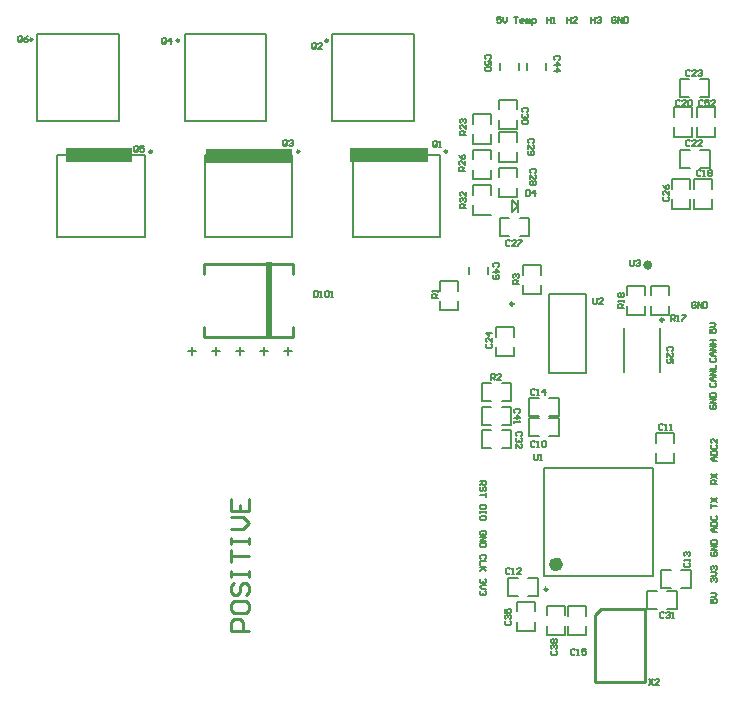
<source format=gto>
G04 Layer_Color=65535*
%FSLAX25Y25*%
%MOIN*%
G70*
G01*
G75*
%ADD29C,0.01000*%
%ADD108C,0.00984*%
%ADD109C,0.02362*%
%ADD110C,0.00787*%
%ADD111C,0.00700*%
%ADD112C,0.00500*%
%ADD113R,0.26378X0.04724*%
%ADD114R,0.29134X0.04724*%
%ADD115R,0.22441X0.04724*%
%ADD116R,0.01968X0.25197*%
D29*
X-91339Y-56693D02*
G03*
X-91339Y-56693I-394J0D01*
G01*
X-229528Y-19291D02*
G03*
X-229528Y-19291I-394J0D01*
G01*
X-189764Y-56693D02*
G03*
X-189764Y-56693I-394J0D01*
G01*
X-140551D02*
G03*
X-140551Y-56693I-394J0D01*
G01*
X-131102Y-19685D02*
G03*
X-131102Y-19685I-394J0D01*
G01*
X-180709D02*
G03*
X-180709Y-19685I-394J0D01*
G01*
X-23345Y-94488D02*
G03*
X-23345Y-94488I-1065J0D01*
G01*
X-40157Y-209055D02*
X-25197D01*
X-42126Y-211024D02*
X-40157Y-209055D01*
X-42126Y-233465D02*
Y-211024D01*
Y-233465D02*
X-25197D01*
Y-209055D01*
X-172244Y-97441D02*
Y-94056D01*
X-142717D01*
Y-97441D02*
Y-94056D01*
X-172244Y-118543D02*
Y-115157D01*
Y-118543D02*
X-142717D01*
Y-115157D01*
X-157480Y-216535D02*
X-163478D01*
Y-213536D01*
X-162479Y-212537D01*
X-160479D01*
X-159480Y-213536D01*
Y-216535D01*
X-163478Y-207538D02*
Y-209538D01*
X-162479Y-210537D01*
X-158480D01*
X-157480Y-209538D01*
Y-207538D01*
X-158480Y-206539D01*
X-162479D01*
X-163478Y-207538D01*
X-162479Y-200541D02*
X-163478Y-201540D01*
Y-203540D01*
X-162479Y-204539D01*
X-161479D01*
X-160479Y-203540D01*
Y-201540D01*
X-159480Y-200541D01*
X-158480D01*
X-157480Y-201540D01*
Y-203540D01*
X-158480Y-204539D01*
X-163478Y-198541D02*
Y-196542D01*
Y-197542D01*
X-157480D01*
Y-198541D01*
Y-196542D01*
X-163478Y-193543D02*
Y-189544D01*
Y-191543D01*
X-157480D01*
X-163478Y-187545D02*
Y-185546D01*
Y-186545D01*
X-157480D01*
Y-187545D01*
Y-185546D01*
X-163478Y-182546D02*
X-159480D01*
X-157480Y-180547D01*
X-159480Y-178548D01*
X-163478D01*
Y-172550D02*
Y-176548D01*
X-157480D01*
Y-172550D01*
X-160479Y-176548D02*
Y-174549D01*
D108*
X-57874Y-202559D02*
G03*
X-57874Y-202559I-492J0D01*
G01*
X-19193Y-112795D02*
G03*
X-19193Y-112795I-492J0D01*
G01*
X-69193Y-107480D02*
G03*
X-69193Y-107480I-492J0D01*
G01*
X-23917Y-94291D02*
G03*
X-23917Y-94291I-492J0D01*
G01*
D109*
X-53839Y-194291D02*
G03*
X-53839Y-194291I-1181J0D01*
G01*
D110*
X-58957Y-198228D02*
X-22736D01*
X-58957Y-162008D02*
X-22736D01*
X-58957Y-198228D02*
Y-162008D01*
X-22736Y-198228D02*
Y-162008D01*
X-32283Y-130315D02*
Y-115354D01*
X-20472Y-130315D02*
Y-115354D01*
X-57284Y-130512D02*
X-45079D01*
X-57284Y-104134D02*
X-45079D01*
Y-130512D02*
Y-104134D01*
X-57284Y-130512D02*
Y-104134D01*
X-77559Y-97638D02*
Y-95276D01*
X-83858Y-97638D02*
Y-95276D01*
X-58268Y-29528D02*
Y-27165D01*
X-64567Y-29528D02*
Y-27165D01*
X-67323Y-29528D02*
Y-27165D01*
X-73622Y-29528D02*
Y-27165D01*
D111*
X-67716Y-76772D02*
Y-72835D01*
X-69685D02*
X-67716Y-74803D01*
X-69685Y-76772D02*
Y-72835D01*
Y-76772D02*
X-67716Y-74803D01*
X-16386Y-65966D02*
X-10386D01*
X-16386Y-75766D02*
X-10386D01*
X-16386D02*
Y-72606D01*
X-10386Y-75766D02*
Y-72606D01*
Y-69156D02*
Y-65966D01*
X-16386Y-69156D02*
Y-65966D01*
X-93701Y-85039D02*
Y-57874D01*
X-122835D02*
X-93701D01*
X-122835Y-85039D02*
Y-57874D01*
Y-85039D02*
X-93701D01*
X-200787Y-46457D02*
Y-17323D01*
X-227953Y-46457D02*
X-200787D01*
X-227953D02*
Y-17323D01*
X-200787D01*
X-82724Y-67935D02*
X-76724D01*
X-82724Y-77735D02*
X-76724D01*
X-82724D02*
Y-74575D01*
X-76724Y-71125D02*
Y-67935D01*
X-82724Y-71125D02*
Y-67935D01*
Y-56124D02*
X-76724D01*
X-82724Y-65924D02*
X-76724D01*
X-82724D02*
Y-62764D01*
X-76724Y-65924D02*
Y-62764D01*
Y-59314D02*
Y-56124D01*
X-82724Y-59314D02*
Y-56124D01*
Y-44313D02*
X-76724D01*
X-82724Y-54113D02*
X-76724D01*
X-82724D02*
Y-50953D01*
X-76724Y-54113D02*
Y-50953D01*
Y-47503D02*
Y-44313D01*
X-82724Y-47503D02*
Y-44313D01*
X-31346Y-101399D02*
X-25346D01*
X-31346Y-111199D02*
X-25346D01*
X-31346D02*
Y-108039D01*
X-25346Y-111199D02*
Y-108039D01*
Y-104589D02*
Y-101399D01*
X-31346Y-104589D02*
Y-101399D01*
X-23472Y-111199D02*
X-17472D01*
X-23472Y-101399D02*
X-17472D01*
Y-104559D02*
Y-101399D01*
X-23472Y-104559D02*
Y-101399D01*
Y-111199D02*
Y-108009D01*
X-17472Y-111199D02*
Y-108009D01*
X-65992Y-94510D02*
X-59992D01*
X-65992Y-104309D02*
X-59992D01*
X-65992D02*
Y-101149D01*
X-59992Y-104309D02*
Y-101149D01*
Y-97699D02*
Y-94510D01*
X-65992Y-97699D02*
Y-94510D01*
X-69903Y-139811D02*
Y-133811D01*
X-79703Y-139811D02*
Y-133811D01*
X-76543D01*
X-79703Y-139811D02*
X-76543D01*
X-73093D02*
X-69903D01*
X-73093Y-133811D02*
X-69903D01*
X-93551Y-99824D02*
X-87551D01*
X-93551Y-109624D02*
X-87551D01*
X-93551D02*
Y-106464D01*
X-87551Y-109624D02*
Y-106464D01*
Y-103014D02*
Y-99824D01*
X-93551Y-103014D02*
Y-99824D01*
X-192126Y-85039D02*
Y-57874D01*
X-221260D02*
X-192126D01*
X-221260Y-85039D02*
Y-57874D01*
Y-85039D02*
X-192126D01*
X-142913D02*
Y-57874D01*
X-172047D02*
X-142913D01*
X-172047Y-85039D02*
Y-57874D01*
Y-85039D02*
X-142913D01*
X-8118Y-51750D02*
X-2118D01*
X-8118Y-41950D02*
X-2118D01*
Y-45110D02*
Y-41950D01*
X-8118Y-45110D02*
Y-41950D01*
Y-51750D02*
Y-48560D01*
X-2118Y-51750D02*
Y-48560D01*
X-69903Y-147685D02*
Y-141685D01*
X-79703Y-147685D02*
Y-141685D01*
X-76543D01*
X-79703Y-147685D02*
X-76543D01*
X-73093D02*
X-69903D01*
X-73093Y-141685D02*
X-69903D01*
X-58118Y-217892D02*
X-52118D01*
X-58118Y-208092D02*
X-52118D01*
Y-211252D02*
Y-208092D01*
X-58118Y-211252D02*
Y-208092D01*
Y-217892D02*
Y-214702D01*
X-52118Y-217892D02*
Y-214702D01*
X-67961Y-206714D02*
X-61961D01*
X-67961Y-216514D02*
X-61961D01*
X-67961D02*
Y-213354D01*
X-61961Y-216514D02*
Y-213354D01*
Y-209904D02*
Y-206714D01*
X-67961Y-209904D02*
Y-206714D01*
X-79703Y-155559D02*
Y-149559D01*
X-69903Y-155559D02*
Y-149559D01*
X-73063Y-155559D02*
X-69903D01*
X-73063Y-149559D02*
X-69903D01*
X-79703D02*
X-76513D01*
X-79703Y-155559D02*
X-76513D01*
X-24585Y-209299D02*
Y-203299D01*
X-14785Y-209299D02*
Y-203299D01*
X-17945Y-209299D02*
X-14785D01*
X-17945Y-203299D02*
X-14785D01*
X-24585D02*
X-21395D01*
X-24585Y-209299D02*
X-21395D01*
X-73866Y-39391D02*
X-67866D01*
X-73866Y-49191D02*
X-67866D01*
X-73866D02*
Y-46031D01*
X-67866Y-49191D02*
Y-46031D01*
Y-42581D02*
Y-39391D01*
X-73866Y-42581D02*
Y-39391D01*
Y-50218D02*
X-67866D01*
X-73866Y-60018D02*
X-67866D01*
X-73866D02*
Y-56858D01*
X-67866Y-60018D02*
Y-56858D01*
Y-53408D02*
Y-50218D01*
X-73866Y-53408D02*
Y-50218D01*
Y-62029D02*
X-67866D01*
X-73866Y-71829D02*
X-67866D01*
X-73866D02*
Y-68669D01*
X-67866Y-71829D02*
Y-68669D01*
Y-65219D02*
Y-62029D01*
X-73866Y-65219D02*
Y-62029D01*
X-73798Y-84693D02*
Y-78693D01*
X-63998Y-84693D02*
Y-78693D01*
X-67158Y-84693D02*
X-63998D01*
X-67158Y-78693D02*
X-63998D01*
X-73798D02*
X-70608D01*
X-73798Y-84693D02*
X-70608D01*
X-74850Y-115179D02*
X-68850D01*
X-74850Y-124979D02*
X-68850D01*
X-74850D02*
Y-121819D01*
X-68850Y-124979D02*
Y-121819D01*
Y-118369D02*
Y-115179D01*
X-74850Y-118369D02*
Y-115179D01*
X-13758Y-38433D02*
Y-32433D01*
X-3958Y-38433D02*
Y-32433D01*
X-7118Y-38433D02*
X-3958D01*
X-7118Y-32433D02*
X-3958D01*
X-13758D02*
X-10568D01*
X-13758Y-38433D02*
X-10568D01*
X-13561Y-62055D02*
Y-56055D01*
X-3761Y-62055D02*
Y-56055D01*
X-6921Y-62055D02*
X-3761D01*
X-6921Y-56055D02*
X-3761D01*
X-13561D02*
X-10371D01*
X-13561Y-62055D02*
X-10371D01*
X-15598Y-51750D02*
X-9598D01*
X-15598Y-41950D02*
X-9598D01*
Y-45110D02*
Y-41950D01*
X-15598Y-45110D02*
Y-41950D01*
Y-51750D02*
Y-48560D01*
X-9598Y-51750D02*
Y-48560D01*
X-8906Y-75766D02*
X-2905D01*
X-8906Y-65966D02*
X-2905D01*
Y-69126D02*
Y-65966D01*
X-8906Y-69126D02*
Y-65966D01*
Y-75766D02*
Y-72576D01*
X-2905Y-75766D02*
Y-72576D01*
X-51032Y-208148D02*
X-45031D01*
X-51032Y-217948D02*
X-45031D01*
X-51032D02*
Y-214788D01*
X-45031Y-217948D02*
Y-214788D01*
Y-211338D02*
Y-208148D01*
X-51032Y-211338D02*
Y-208148D01*
X-54155Y-144732D02*
Y-138732D01*
X-63955Y-144732D02*
Y-138732D01*
X-60795D01*
X-63955Y-144732D02*
X-60795D01*
X-57345D02*
X-54155D01*
X-57345Y-138732D02*
X-54155D01*
X-61045Y-204772D02*
Y-198772D01*
X-70845Y-204772D02*
Y-198772D01*
X-67685D01*
X-70845Y-204772D02*
X-67685D01*
X-64235D02*
X-61045D01*
X-64235Y-198772D02*
X-61045D01*
X-21701Y-160412D02*
X-15701D01*
X-21701Y-150612D02*
X-15701D01*
Y-153772D02*
Y-150612D01*
X-21701Y-153772D02*
Y-150612D01*
X-21701Y-157222D02*
X-21701Y-160412D01*
X-15701D02*
Y-157222D01*
X-54155Y-151622D02*
Y-145622D01*
X-63955Y-151622D02*
Y-145622D01*
X-60795D01*
X-63955Y-151622D02*
X-60795D01*
X-57345D02*
X-54155D01*
X-57345Y-145622D02*
X-54155D01*
X-102362Y-46457D02*
Y-17323D01*
X-129528Y-46457D02*
X-102362D01*
X-129528D02*
Y-17323D01*
X-102362D01*
X-151575Y-46457D02*
Y-17323D01*
X-178740Y-46457D02*
X-151575D01*
X-178740D02*
Y-17323D01*
X-151575D01*
X-10061Y-202213D02*
Y-196213D01*
X-19861Y-202213D02*
Y-196213D01*
X-16701D01*
X-19861Y-202213D02*
X-16701D01*
X-13251D02*
X-10061D01*
X-13251Y-196213D02*
X-10061D01*
X-177559Y-123197D02*
X-174893D01*
X-176226Y-121865D02*
Y-124530D01*
X-169562Y-123197D02*
X-166896D01*
X-168229Y-121865D02*
Y-124530D01*
X-161564Y-123197D02*
X-158898D01*
X-160231Y-121865D02*
Y-124530D01*
X-153567Y-123197D02*
X-150901D01*
X-152234Y-121865D02*
Y-124530D01*
X-145569Y-123197D02*
X-142904D01*
X-144237Y-121865D02*
Y-124530D01*
D112*
X-3249Y-125431D02*
X-3582Y-125764D01*
Y-126430D01*
X-3249Y-126764D01*
X-1916D01*
X-1583Y-126430D01*
Y-125764D01*
X-1916Y-125431D01*
X-1583Y-124764D02*
X-2916D01*
X-3582Y-124098D01*
X-2916Y-123432D01*
X-1583D01*
X-2582D01*
Y-124764D01*
X-1583Y-122765D02*
X-3582D01*
X-1583Y-121432D01*
X-3582D01*
Y-120766D02*
X-1583D01*
X-2582D01*
Y-119433D01*
X-3582D01*
X-1583D01*
X-3680Y-115884D02*
Y-117217D01*
X-2681D01*
X-3014Y-116550D01*
Y-116217D01*
X-2681Y-115884D01*
X-2014D01*
X-1681Y-116217D01*
Y-116883D01*
X-2014Y-117217D01*
X-3680Y-115217D02*
X-2348D01*
X-1681Y-114551D01*
X-2348Y-113884D01*
X-3680D01*
X-18989Y-71895D02*
X-19322Y-72229D01*
Y-72895D01*
X-18989Y-73228D01*
X-17656D01*
X-17323Y-72895D01*
Y-72229D01*
X-17656Y-71895D01*
X-17323Y-69896D02*
Y-71229D01*
X-18656Y-69896D01*
X-18989D01*
X-19322Y-70229D01*
Y-70896D01*
X-18989Y-71229D01*
X-19322Y-67897D02*
X-18989Y-68563D01*
X-18323Y-69230D01*
X-17656D01*
X-17323Y-68896D01*
Y-68230D01*
X-17656Y-67897D01*
X-17989D01*
X-18323Y-68230D01*
Y-69230D01*
X-232919Y-19746D02*
Y-18413D01*
X-233252Y-18079D01*
X-233919D01*
X-234252Y-18413D01*
Y-19746D01*
X-233919Y-20079D01*
X-233252D01*
X-233586Y-19412D02*
X-232919Y-20079D01*
X-233252D02*
X-232919Y-19746D01*
X-230920Y-18079D02*
X-231586Y-18413D01*
X-232253Y-19079D01*
Y-19746D01*
X-231919Y-20079D01*
X-231253D01*
X-230920Y-19746D01*
Y-19412D01*
X-231253Y-19079D01*
X-232253D01*
X-184888Y-20533D02*
Y-19200D01*
X-185221Y-18867D01*
X-185887D01*
X-186221Y-19200D01*
Y-20533D01*
X-185887Y-20866D01*
X-185221D01*
X-185554Y-20200D02*
X-184888Y-20866D01*
X-185221D02*
X-184888Y-20533D01*
X-183221Y-20866D02*
Y-18867D01*
X-184221Y-19866D01*
X-182888D01*
X-134888Y-22108D02*
Y-20775D01*
X-135221Y-20442D01*
X-135887D01*
X-136221Y-20775D01*
Y-22108D01*
X-135887Y-22441D01*
X-135221D01*
X-135554Y-21775D02*
X-134888Y-22441D01*
X-135221D02*
X-134888Y-22108D01*
X-132888Y-22441D02*
X-134221D01*
X-132888Y-21108D01*
Y-20775D01*
X-133221Y-20442D01*
X-133888D01*
X-134221Y-20775D01*
X-64961Y-69438D02*
Y-71438D01*
X-63961D01*
X-63628Y-71105D01*
Y-69772D01*
X-63961Y-69438D01*
X-64961D01*
X-61962Y-71438D02*
Y-69438D01*
X-62961Y-70438D01*
X-61628D01*
X-62053Y-153452D02*
X-62386Y-153119D01*
X-63053D01*
X-63386Y-153452D01*
Y-154785D01*
X-63053Y-155118D01*
X-62386D01*
X-62053Y-154785D01*
X-61387Y-155118D02*
X-60720D01*
X-61053D01*
Y-153119D01*
X-61387Y-153452D01*
X-59720D02*
X-59387Y-153119D01*
X-58721D01*
X-58388Y-153452D01*
Y-154785D01*
X-58721Y-155118D01*
X-59387D01*
X-59720Y-154785D01*
Y-153452D01*
X-19418Y-147711D02*
X-19751Y-147378D01*
X-20418D01*
X-20751Y-147711D01*
Y-149044D01*
X-20418Y-149377D01*
X-19751D01*
X-19418Y-149044D01*
X-18751Y-149377D02*
X-18085D01*
X-18418D01*
Y-147378D01*
X-18751Y-147711D01*
X-17085Y-149377D02*
X-16419D01*
X-16752D01*
Y-147378D01*
X-17085Y-147711D01*
X-70321Y-195972D02*
X-70654Y-195638D01*
X-71320D01*
X-71653Y-195972D01*
Y-197305D01*
X-71320Y-197638D01*
X-70654D01*
X-70321Y-197305D01*
X-69654Y-197638D02*
X-68988D01*
X-69321D01*
Y-195638D01*
X-69654Y-195972D01*
X-66655Y-197638D02*
X-67988D01*
X-66655Y-196305D01*
Y-195972D01*
X-66988Y-195638D01*
X-67655D01*
X-67988Y-195972D01*
X-62053Y-136129D02*
X-62386Y-135796D01*
X-63053D01*
X-63386Y-136129D01*
Y-137462D01*
X-63053Y-137795D01*
X-62386D01*
X-62053Y-137462D01*
X-61387Y-137795D02*
X-60720D01*
X-61053D01*
Y-135796D01*
X-61387Y-136129D01*
X-58721Y-137795D02*
Y-135796D01*
X-59720Y-136796D01*
X-58388D01*
X-48667Y-222743D02*
X-49000Y-222410D01*
X-49667D01*
X-50000Y-222743D01*
Y-224076D01*
X-49667Y-224410D01*
X-49000D01*
X-48667Y-224076D01*
X-48001Y-224410D02*
X-47334D01*
X-47667D01*
Y-222410D01*
X-48001Y-222743D01*
X-45002Y-222410D02*
X-46334D01*
Y-223410D01*
X-45668Y-223077D01*
X-45335D01*
X-45002Y-223410D01*
Y-224076D01*
X-45335Y-224410D01*
X-46001D01*
X-46334Y-224076D01*
X-6541Y-63295D02*
X-6874Y-62961D01*
X-7541D01*
X-7874Y-63295D01*
Y-64627D01*
X-7541Y-64961D01*
X-6874D01*
X-6541Y-64627D01*
X-5875Y-64961D02*
X-5208D01*
X-5541D01*
Y-62961D01*
X-5875Y-63295D01*
X-4208D02*
X-3875Y-62961D01*
X-3209D01*
X-2876Y-63295D01*
Y-63628D01*
X-3209Y-63961D01*
X-2876Y-64294D01*
Y-64627D01*
X-3209Y-64961D01*
X-3875D01*
X-4208Y-64627D01*
Y-64294D01*
X-3875Y-63961D01*
X-4208Y-63628D01*
Y-63295D01*
X-3875Y-63961D02*
X-3209D01*
X-13628Y-39672D02*
X-13961Y-39339D01*
X-14627D01*
X-14961Y-39672D01*
Y-41005D01*
X-14627Y-41339D01*
X-13961D01*
X-13628Y-41005D01*
X-11628Y-41339D02*
X-12961D01*
X-11628Y-40006D01*
Y-39672D01*
X-11962Y-39339D01*
X-12628D01*
X-12961Y-39672D01*
X-10962D02*
X-10629Y-39339D01*
X-9962D01*
X-9629Y-39672D01*
Y-41005D01*
X-9962Y-41339D01*
X-10629D01*
X-10962Y-41005D01*
Y-39672D01*
X-10281Y-53255D02*
X-10615Y-52922D01*
X-11281D01*
X-11614Y-53255D01*
Y-54588D01*
X-11281Y-54921D01*
X-10615D01*
X-10281Y-54588D01*
X-8282Y-54921D02*
X-9615D01*
X-8282Y-53588D01*
Y-53255D01*
X-8615Y-52922D01*
X-9282D01*
X-9615Y-53255D01*
X-6283Y-54921D02*
X-7615D01*
X-6283Y-53588D01*
Y-53255D01*
X-6616Y-52922D01*
X-7282D01*
X-7615Y-53255D01*
X-10478Y-29830D02*
X-10811Y-29497D01*
X-11478D01*
X-11811Y-29830D01*
Y-31163D01*
X-11478Y-31496D01*
X-10811D01*
X-10478Y-31163D01*
X-8479Y-31496D02*
X-9812D01*
X-8479Y-30163D01*
Y-29830D01*
X-8812Y-29497D01*
X-9478D01*
X-9812Y-29830D01*
X-7812D02*
X-7479Y-29497D01*
X-6813D01*
X-6479Y-29830D01*
Y-30163D01*
X-6813Y-30496D01*
X-7146D01*
X-6813D01*
X-6479Y-30830D01*
Y-31163D01*
X-6813Y-31496D01*
X-7479D01*
X-7812Y-31163D01*
X-78095Y-120946D02*
X-78428Y-121279D01*
Y-121946D01*
X-78095Y-122279D01*
X-76762D01*
X-76429Y-121946D01*
Y-121279D01*
X-76762Y-120946D01*
X-76429Y-118947D02*
Y-120280D01*
X-77762Y-118947D01*
X-78095D01*
X-78428Y-119280D01*
Y-119946D01*
X-78095Y-120280D01*
X-76429Y-117281D02*
X-78428D01*
X-77428Y-118280D01*
Y-116947D01*
X-70321Y-86523D02*
X-70654Y-86190D01*
X-71320D01*
X-71653Y-86523D01*
Y-87856D01*
X-71320Y-88189D01*
X-70654D01*
X-70321Y-87856D01*
X-68321Y-88189D02*
X-69654D01*
X-68321Y-86856D01*
Y-86523D01*
X-68655Y-86190D01*
X-69321D01*
X-69654Y-86523D01*
X-67655Y-86190D02*
X-66322D01*
Y-86523D01*
X-67655Y-87856D01*
Y-88189D01*
X-62113Y-63931D02*
X-61780Y-63598D01*
Y-62932D01*
X-62113Y-62598D01*
X-63446D01*
X-63779Y-62932D01*
Y-63598D01*
X-63446Y-63931D01*
X-63779Y-65931D02*
Y-64598D01*
X-62447Y-65931D01*
X-62113D01*
X-61780Y-65597D01*
Y-64931D01*
X-62113Y-64598D01*
Y-66597D02*
X-61780Y-66930D01*
Y-67597D01*
X-62113Y-67930D01*
X-62447D01*
X-62780Y-67597D01*
X-63113Y-67930D01*
X-63446D01*
X-63779Y-67597D01*
Y-66930D01*
X-63446Y-66597D01*
X-63113D01*
X-62780Y-66930D01*
X-62447Y-66597D01*
X-62113D01*
X-62780Y-66930D02*
Y-67597D01*
X-62622Y-53889D02*
X-62289Y-53556D01*
Y-52889D01*
X-62622Y-52556D01*
X-63955D01*
X-64288Y-52889D01*
Y-53556D01*
X-63955Y-53889D01*
X-64288Y-55888D02*
Y-54555D01*
X-62955Y-55888D01*
X-62622D01*
X-62289Y-55555D01*
Y-54889D01*
X-62622Y-54555D01*
X-63955Y-56555D02*
X-64288Y-56888D01*
Y-57554D01*
X-63955Y-57888D01*
X-62622D01*
X-62289Y-57554D01*
Y-56888D01*
X-62622Y-56555D01*
X-62955D01*
X-63288Y-56888D01*
Y-57888D01*
X-64650Y-43554D02*
X-64317Y-43221D01*
Y-42555D01*
X-64650Y-42222D01*
X-65983D01*
X-66316Y-42555D01*
Y-43221D01*
X-65983Y-43554D01*
X-64650Y-44221D02*
X-64317Y-44554D01*
Y-45221D01*
X-64650Y-45554D01*
X-64983D01*
X-65317Y-45221D01*
Y-44887D01*
Y-45221D01*
X-65650Y-45554D01*
X-65983D01*
X-66316Y-45221D01*
Y-44554D01*
X-65983Y-44221D01*
X-64650Y-46220D02*
X-64317Y-46553D01*
Y-47220D01*
X-64650Y-47553D01*
X-65983D01*
X-66316Y-47220D01*
Y-46553D01*
X-65983Y-46220D01*
X-64650D01*
X-19139Y-210539D02*
X-19473Y-210205D01*
X-20139D01*
X-20472Y-210539D01*
Y-211872D01*
X-20139Y-212205D01*
X-19473D01*
X-19139Y-211872D01*
X-18473Y-210539D02*
X-18140Y-210205D01*
X-17473D01*
X-17140Y-210539D01*
Y-210872D01*
X-17473Y-211205D01*
X-17807D01*
X-17473D01*
X-17140Y-211538D01*
Y-211872D01*
X-17473Y-212205D01*
X-18140D01*
X-18473Y-211872D01*
X-16474Y-212205D02*
X-15807D01*
X-16140D01*
Y-210205D01*
X-16474Y-210539D01*
X-66838Y-151333D02*
X-66505Y-151000D01*
Y-150333D01*
X-66838Y-150000D01*
X-68171D01*
X-68504Y-150333D01*
Y-151000D01*
X-68171Y-151333D01*
X-66838Y-151999D02*
X-66505Y-152333D01*
Y-152999D01*
X-66838Y-153332D01*
X-67171D01*
X-67504Y-152999D01*
Y-152666D01*
Y-152999D01*
X-67838Y-153332D01*
X-68171D01*
X-68504Y-152999D01*
Y-152333D01*
X-68171Y-151999D01*
X-68504Y-155332D02*
Y-153999D01*
X-67171Y-155332D01*
X-66838D01*
X-66505Y-154998D01*
Y-154332D01*
X-66838Y-153999D01*
X-71548Y-213234D02*
X-71881Y-213567D01*
Y-214234D01*
X-71548Y-214567D01*
X-70215D01*
X-69882Y-214234D01*
Y-213567D01*
X-70215Y-213234D01*
X-71548Y-212568D02*
X-71881Y-212234D01*
Y-211568D01*
X-71548Y-211235D01*
X-71215D01*
X-70882Y-211568D01*
Y-211901D01*
Y-211568D01*
X-70548Y-211235D01*
X-70215D01*
X-69882Y-211568D01*
Y-212234D01*
X-70215Y-212568D01*
X-71881Y-209235D02*
Y-210568D01*
X-70882D01*
X-71215Y-209902D01*
Y-209569D01*
X-70882Y-209235D01*
X-70215D01*
X-69882Y-209569D01*
Y-210235D01*
X-70215Y-210568D01*
X-56391Y-223077D02*
X-56724Y-223410D01*
Y-224076D01*
X-56391Y-224410D01*
X-55058D01*
X-54724Y-224076D01*
Y-223410D01*
X-55058Y-223077D01*
X-56391Y-222410D02*
X-56724Y-222077D01*
Y-221410D01*
X-56391Y-221077D01*
X-56057D01*
X-55724Y-221410D01*
Y-221744D01*
Y-221410D01*
X-55391Y-221077D01*
X-55058D01*
X-54724Y-221410D01*
Y-222077D01*
X-55058Y-222410D01*
X-56391Y-220411D02*
X-56724Y-220077D01*
Y-219411D01*
X-56391Y-219078D01*
X-56057D01*
X-55724Y-219411D01*
X-55391Y-219078D01*
X-55058D01*
X-54724Y-219411D01*
Y-220077D01*
X-55058Y-220411D01*
X-55391D01*
X-55724Y-220077D01*
X-56057Y-220411D01*
X-56391D01*
X-55724Y-220077D02*
Y-219411D01*
X-67232Y-143853D02*
X-66898Y-143519D01*
Y-142853D01*
X-67232Y-142520D01*
X-68564D01*
X-68898Y-142853D01*
Y-143519D01*
X-68564Y-143853D01*
X-68898Y-145519D02*
X-66898D01*
X-67898Y-144519D01*
Y-145852D01*
X-68898Y-146518D02*
Y-147185D01*
Y-146852D01*
X-66898D01*
X-67232Y-146518D01*
X-53846Y-26136D02*
X-53513Y-25803D01*
Y-25136D01*
X-53846Y-24803D01*
X-55179D01*
X-55512Y-25136D01*
Y-25803D01*
X-55179Y-26136D01*
X-55512Y-27802D02*
X-53513D01*
X-54512Y-26803D01*
Y-28135D01*
X-55512Y-29801D02*
X-53513D01*
X-54512Y-28802D01*
Y-30135D01*
X-74318Y-95034D02*
X-73985Y-94700D01*
Y-94034D01*
X-74318Y-93701D01*
X-75651D01*
X-75984Y-94034D01*
Y-94700D01*
X-75651Y-95034D01*
X-75984Y-96700D02*
X-73985D01*
X-74985Y-95700D01*
Y-97033D01*
X-75651Y-97699D02*
X-75984Y-98033D01*
Y-98699D01*
X-75651Y-99032D01*
X-74318D01*
X-73985Y-98699D01*
Y-98033D01*
X-74318Y-97699D01*
X-74651D01*
X-74985Y-98033D01*
Y-99032D01*
X-6147Y-39672D02*
X-6481Y-39339D01*
X-7147D01*
X-7480Y-39672D01*
Y-41005D01*
X-7147Y-41339D01*
X-6481D01*
X-6147Y-41005D01*
X-4148Y-39339D02*
X-5481D01*
Y-40339D01*
X-4814Y-40006D01*
X-4481D01*
X-4148Y-40339D01*
Y-41005D01*
X-4481Y-41339D01*
X-5148D01*
X-5481Y-41005D01*
X-2149Y-41339D02*
X-3482D01*
X-2149Y-40006D01*
Y-39672D01*
X-2482Y-39339D01*
X-3148D01*
X-3482Y-39672D01*
X-94730Y-54785D02*
Y-53452D01*
X-95063Y-53119D01*
X-95730D01*
X-96063Y-53452D01*
Y-54785D01*
X-95730Y-55118D01*
X-95063D01*
X-95397Y-54452D02*
X-94730Y-55118D01*
X-95063D02*
X-94730Y-54785D01*
X-94064Y-55118D02*
X-93397D01*
X-93730D01*
Y-53119D01*
X-94064Y-53452D01*
X-144730Y-54391D02*
Y-53058D01*
X-145063Y-52725D01*
X-145730D01*
X-146063Y-53058D01*
Y-54391D01*
X-145730Y-54724D01*
X-145063D01*
X-145396Y-54058D02*
X-144730Y-54724D01*
X-145063D02*
X-144730Y-54391D01*
X-144064Y-53058D02*
X-143730Y-52725D01*
X-143064D01*
X-142731Y-53058D01*
Y-53391D01*
X-143064Y-53725D01*
X-143397D01*
X-143064D01*
X-142731Y-54058D01*
Y-54391D01*
X-143064Y-54724D01*
X-143730D01*
X-144064Y-54391D01*
X-194336Y-56360D02*
Y-55027D01*
X-194670Y-54694D01*
X-195336D01*
X-195669Y-55027D01*
Y-56360D01*
X-195336Y-56693D01*
X-194670D01*
X-195003Y-56026D02*
X-194336Y-56693D01*
X-194670D02*
X-194336Y-56360D01*
X-192337Y-54694D02*
X-193670D01*
Y-55693D01*
X-193003Y-55360D01*
X-192670D01*
X-192337Y-55693D01*
Y-56360D01*
X-192670Y-56693D01*
X-193337D01*
X-193670Y-56360D01*
X-94488Y-105512D02*
X-96487D01*
Y-104512D01*
X-96154Y-104179D01*
X-95488D01*
X-95155Y-104512D01*
Y-105512D01*
Y-104845D02*
X-94488Y-104179D01*
Y-103513D02*
Y-102846D01*
Y-103179D01*
X-96487D01*
X-96154Y-103513D01*
X-76772Y-132677D02*
Y-130678D01*
X-75772D01*
X-75439Y-131011D01*
Y-131677D01*
X-75772Y-132011D01*
X-76772D01*
X-76105D02*
X-75439Y-132677D01*
X-73439D02*
X-74772D01*
X-73439Y-131344D01*
Y-131011D01*
X-73773Y-130678D01*
X-74439D01*
X-74772Y-131011D01*
X-67323Y-100787D02*
X-69322D01*
Y-99788D01*
X-68989Y-99454D01*
X-68322D01*
X-67989Y-99788D01*
Y-100787D01*
Y-100121D02*
X-67323Y-99454D01*
X-68989Y-98788D02*
X-69322Y-98455D01*
Y-97788D01*
X-68989Y-97455D01*
X-68656D01*
X-68322Y-97788D01*
Y-98122D01*
Y-97788D01*
X-67989Y-97455D01*
X-67656D01*
X-67323Y-97788D01*
Y-98455D01*
X-67656Y-98788D01*
X-16535Y-112992D02*
Y-110993D01*
X-15536D01*
X-15202Y-111326D01*
Y-111993D01*
X-15536Y-112326D01*
X-16535D01*
X-15869D02*
X-15202Y-112992D01*
X-14536D02*
X-13870D01*
X-14203D01*
Y-110993D01*
X-14536Y-111326D01*
X-12870Y-110993D02*
X-11537D01*
Y-111326D01*
X-12870Y-112659D01*
Y-112992D01*
X-32480Y-108858D02*
X-34480D01*
Y-107859D01*
X-34146Y-107525D01*
X-33480D01*
X-33147Y-107859D01*
Y-108858D01*
Y-108192D02*
X-32480Y-107525D01*
Y-106859D02*
Y-106193D01*
Y-106526D01*
X-34480D01*
X-34146Y-106859D01*
Y-105193D02*
X-34480Y-104860D01*
Y-104193D01*
X-34146Y-103860D01*
X-33813D01*
X-33480Y-104193D01*
X-33147Y-103860D01*
X-32814D01*
X-32480Y-104193D01*
Y-104860D01*
X-32814Y-105193D01*
X-33147D01*
X-33480Y-104860D01*
X-33813Y-105193D01*
X-34146D01*
X-33480Y-104860D02*
Y-104193D01*
X-85039Y-51181D02*
X-87039D01*
Y-50181D01*
X-86705Y-49848D01*
X-86039D01*
X-85706Y-50181D01*
Y-51181D01*
Y-50515D02*
X-85039Y-49848D01*
Y-47849D02*
Y-49182D01*
X-86372Y-47849D01*
X-86705D01*
X-87039Y-48182D01*
Y-48849D01*
X-86705Y-49182D01*
Y-47182D02*
X-87039Y-46849D01*
Y-46183D01*
X-86705Y-45849D01*
X-86372D01*
X-86039Y-46183D01*
Y-46516D01*
Y-46183D01*
X-85706Y-45849D01*
X-85373D01*
X-85039Y-46183D01*
Y-46849D01*
X-85373Y-47182D01*
X-85433Y-63189D02*
X-87432D01*
Y-62189D01*
X-87099Y-61856D01*
X-86433D01*
X-86099Y-62189D01*
Y-63189D01*
Y-62522D02*
X-85433Y-61856D01*
Y-59856D02*
Y-61189D01*
X-86766Y-59856D01*
X-87099D01*
X-87432Y-60190D01*
Y-60856D01*
X-87099Y-61189D01*
X-87432Y-57857D02*
X-87099Y-58523D01*
X-86433Y-59190D01*
X-85766D01*
X-85433Y-58857D01*
Y-58190D01*
X-85766Y-57857D01*
X-86099D01*
X-86433Y-58190D01*
Y-59190D01*
X-85039Y-75590D02*
X-87039D01*
Y-74591D01*
X-86705Y-74258D01*
X-86039D01*
X-85706Y-74591D01*
Y-75590D01*
Y-74924D02*
X-85039Y-74258D01*
X-86705Y-73591D02*
X-87039Y-73258D01*
Y-72592D01*
X-86705Y-72258D01*
X-86372D01*
X-86039Y-72592D01*
Y-72925D01*
Y-72592D01*
X-85706Y-72258D01*
X-85373D01*
X-85039Y-72592D01*
Y-73258D01*
X-85373Y-73591D01*
X-85039Y-70259D02*
Y-71592D01*
X-86372Y-70259D01*
X-86705D01*
X-87039Y-70592D01*
Y-71259D01*
X-86705Y-71592D01*
X-62205Y-157449D02*
Y-159116D01*
X-61871Y-159449D01*
X-61205D01*
X-60872Y-159116D01*
Y-157449D01*
X-60205Y-159449D02*
X-59539D01*
X-59872D01*
Y-157449D01*
X-60205Y-157783D01*
X-30315Y-92883D02*
Y-94549D01*
X-29982Y-94882D01*
X-29315D01*
X-28982Y-94549D01*
Y-92883D01*
X-28316Y-93216D02*
X-27982Y-92883D01*
X-27316D01*
X-26983Y-93216D01*
Y-93549D01*
X-27316Y-93882D01*
X-27649D01*
X-27316D01*
X-26983Y-94215D01*
Y-94549D01*
X-27316Y-94882D01*
X-27982D01*
X-28316Y-94549D01*
X-24016Y-232646D02*
X-22683Y-234646D01*
Y-232646D02*
X-24016Y-234646D01*
X-20684D02*
X-22016D01*
X-20684Y-233313D01*
Y-232979D01*
X-21017Y-232646D01*
X-21683D01*
X-22016Y-232979D01*
X-16444Y-122986D02*
X-16111Y-122653D01*
Y-121987D01*
X-16444Y-121653D01*
X-17777D01*
X-18110Y-121987D01*
Y-122653D01*
X-17777Y-122986D01*
X-18110Y-124986D02*
Y-123653D01*
X-16777Y-124986D01*
X-16444D01*
X-16111Y-124653D01*
Y-123986D01*
X-16444Y-123653D01*
X-16111Y-126985D02*
Y-125652D01*
X-17111D01*
X-16777Y-126319D01*
Y-126652D01*
X-17111Y-126985D01*
X-17777D01*
X-18110Y-126652D01*
Y-125986D01*
X-17777Y-125652D01*
X-42520Y-105481D02*
Y-107147D01*
X-42186Y-107480D01*
X-41520D01*
X-41187Y-107147D01*
Y-105481D01*
X-39187Y-107480D02*
X-40520D01*
X-39187Y-106147D01*
Y-105814D01*
X-39521Y-105481D01*
X-40187D01*
X-40520Y-105814D01*
X-135827Y-103119D02*
Y-105118D01*
X-134827D01*
X-134494Y-104785D01*
Y-103452D01*
X-134827Y-103119D01*
X-135827D01*
X-133827Y-105118D02*
X-133161D01*
X-133494D01*
Y-103119D01*
X-133827Y-103452D01*
X-132161D02*
X-131828Y-103119D01*
X-131162D01*
X-130828Y-103452D01*
Y-104785D01*
X-131162Y-105118D01*
X-131828D01*
X-132161Y-104785D01*
Y-103452D01*
X-130162Y-105118D02*
X-129496D01*
X-129829D01*
Y-103119D01*
X-130162Y-103452D01*
X-11902Y-193943D02*
X-12236Y-194276D01*
Y-194942D01*
X-11902Y-195276D01*
X-10570D01*
X-10236Y-194942D01*
Y-194276D01*
X-10570Y-193943D01*
X-10236Y-193276D02*
Y-192610D01*
Y-192943D01*
X-12236D01*
X-11902Y-193276D01*
Y-191610D02*
X-12236Y-191277D01*
Y-190610D01*
X-11902Y-190277D01*
X-11569D01*
X-11236Y-190610D01*
Y-190944D01*
Y-190610D01*
X-10903Y-190277D01*
X-10570D01*
X-10236Y-190610D01*
Y-191277D01*
X-10570Y-191610D01*
X-77074Y-25742D02*
X-76741Y-25409D01*
Y-24743D01*
X-77074Y-24409D01*
X-78407D01*
X-78740Y-24743D01*
Y-25409D01*
X-78407Y-25742D01*
X-76741Y-27742D02*
Y-26409D01*
X-77741D01*
X-77407Y-27075D01*
Y-27408D01*
X-77741Y-27742D01*
X-78407D01*
X-78740Y-27408D01*
Y-26742D01*
X-78407Y-26409D01*
X-77074Y-28408D02*
X-76741Y-28741D01*
Y-29408D01*
X-77074Y-29741D01*
X-78407D01*
X-78740Y-29408D01*
Y-28741D01*
X-78407Y-28408D01*
X-77074D01*
X-8510Y-106995D02*
X-8843Y-106662D01*
X-9509D01*
X-9843Y-106995D01*
Y-108328D01*
X-9509Y-108661D01*
X-8843D01*
X-8510Y-108328D01*
Y-107662D01*
X-9176D01*
X-7843Y-108661D02*
Y-106662D01*
X-6510Y-108661D01*
Y-106662D01*
X-5844D02*
Y-108661D01*
X-4844D01*
X-4511Y-108328D01*
Y-106995D01*
X-4844Y-106662D01*
X-5844D01*
X-68897Y-11779D02*
X-67564D01*
X-68231D01*
Y-13779D01*
X-65898D02*
X-66565D01*
X-66898Y-13445D01*
Y-12779D01*
X-66565Y-12446D01*
X-65898D01*
X-65565Y-12779D01*
Y-13112D01*
X-66898D01*
X-64898Y-13779D02*
Y-12446D01*
X-64565D01*
X-64232Y-12779D01*
Y-13779D01*
Y-12779D01*
X-63899Y-12446D01*
X-63565Y-12779D01*
Y-13779D01*
X-62899Y-14445D02*
Y-12446D01*
X-61899D01*
X-61566Y-12779D01*
Y-13445D01*
X-61899Y-13779D01*
X-62899D01*
X-58070Y-11779D02*
Y-13779D01*
Y-12779D01*
X-56738D01*
Y-11779D01*
Y-13779D01*
X-56071D02*
X-55405D01*
X-55738D01*
Y-11779D01*
X-56071Y-12113D01*
X-43307Y-11779D02*
Y-13779D01*
Y-12779D01*
X-41974D01*
Y-11779D01*
Y-13779D01*
X-41307Y-12113D02*
X-40974Y-11779D01*
X-40308D01*
X-39974Y-12113D01*
Y-12446D01*
X-40308Y-12779D01*
X-40641D01*
X-40308D01*
X-39974Y-13112D01*
Y-13445D01*
X-40308Y-13779D01*
X-40974D01*
X-41307Y-13445D01*
X-51181Y-11779D02*
Y-13779D01*
Y-12779D01*
X-49848D01*
Y-11779D01*
Y-13779D01*
X-47848D02*
X-49181D01*
X-47848Y-12446D01*
Y-12113D01*
X-48182Y-11779D01*
X-48848D01*
X-49181Y-12113D01*
X-73470Y-11780D02*
X-74803D01*
Y-12780D01*
X-74137Y-12447D01*
X-73804D01*
X-73470Y-12780D01*
Y-13446D01*
X-73804Y-13780D01*
X-74470D01*
X-74803Y-13446D01*
X-72804Y-11780D02*
Y-13113D01*
X-72137Y-13780D01*
X-71471Y-13113D01*
Y-11780D01*
X-35084Y-12113D02*
X-35417Y-11779D01*
X-36084D01*
X-36417Y-12113D01*
Y-13445D01*
X-36084Y-13779D01*
X-35417D01*
X-35084Y-13445D01*
Y-12779D01*
X-35750D01*
X-34418Y-13779D02*
Y-11779D01*
X-33085Y-13779D01*
Y-11779D01*
X-32418D02*
Y-13779D01*
X-31418D01*
X-31085Y-13445D01*
Y-12113D01*
X-31418Y-11779D01*
X-32418D01*
X-1181Y-159843D02*
X-2514D01*
X-3181Y-159176D01*
X-2514Y-158510D01*
X-1181D01*
X-2181D01*
Y-159843D01*
X-3181Y-157843D02*
X-1181D01*
Y-156843D01*
X-1514Y-156510D01*
X-2847D01*
X-3181Y-156843D01*
Y-157843D01*
X-2847Y-154511D02*
X-3181Y-154844D01*
Y-155511D01*
X-2847Y-155844D01*
X-1514D01*
X-1181Y-155511D01*
Y-154844D01*
X-1514Y-154511D01*
X-1181Y-152512D02*
Y-153844D01*
X-2514Y-152512D01*
X-2847D01*
X-3181Y-152845D01*
Y-153511D01*
X-2847Y-153844D01*
X-3181Y-175591D02*
Y-174258D01*
Y-174924D01*
X-1181D01*
X-3181Y-173591D02*
X-1181Y-172258D01*
X-3181D02*
X-1181Y-173591D01*
Y-167323D02*
X-3181D01*
Y-166323D01*
X-2847Y-165990D01*
X-2181D01*
X-1848Y-166323D01*
Y-167323D01*
Y-166656D02*
X-1181Y-165990D01*
X-3181Y-165323D02*
X-1181Y-163991D01*
X-3181D02*
X-1181Y-165323D01*
Y-183465D02*
X-2514D01*
X-3181Y-182798D01*
X-2514Y-182132D01*
X-1181D01*
X-2181D01*
Y-183465D01*
X-3181Y-181465D02*
X-1181D01*
Y-180465D01*
X-1514Y-180132D01*
X-2847D01*
X-3181Y-180465D01*
Y-181465D01*
X-2847Y-178133D02*
X-3181Y-178466D01*
Y-179133D01*
X-2847Y-179466D01*
X-1514D01*
X-1181Y-179133D01*
Y-178466D01*
X-1514Y-178133D01*
X-2847Y-190006D02*
X-3181Y-190339D01*
Y-191005D01*
X-2847Y-191339D01*
X-1514D01*
X-1181Y-191005D01*
Y-190339D01*
X-1514Y-190006D01*
X-2181D01*
Y-190672D01*
X-1181Y-189339D02*
X-3181D01*
X-1181Y-188006D01*
X-3181D01*
Y-187340D02*
X-1181D01*
Y-186340D01*
X-1514Y-186007D01*
X-2847D01*
X-3181Y-186340D01*
Y-187340D01*
X-2847Y-200000D02*
X-3181Y-199667D01*
Y-199000D01*
X-2847Y-198667D01*
X-2514D01*
X-2181Y-199000D01*
Y-199334D01*
Y-199000D01*
X-1848Y-198667D01*
X-1514D01*
X-1181Y-199000D01*
Y-199667D01*
X-1514Y-200000D01*
X-3181Y-198001D02*
X-1848D01*
X-1181Y-197334D01*
X-1848Y-196668D01*
X-3181D01*
X-2847Y-196001D02*
X-3181Y-195668D01*
Y-195002D01*
X-2847Y-194668D01*
X-2514D01*
X-2181Y-195002D01*
Y-195335D01*
Y-195002D01*
X-1848Y-194668D01*
X-1514D01*
X-1181Y-195002D01*
Y-195668D01*
X-1514Y-196001D01*
X-3181Y-205754D02*
Y-207087D01*
X-2181D01*
X-2514Y-206420D01*
Y-206087D01*
X-2181Y-205754D01*
X-1514D01*
X-1181Y-206087D01*
Y-206753D01*
X-1514Y-207087D01*
X-3181Y-205087D02*
X-1848D01*
X-1181Y-204421D01*
X-1848Y-203754D01*
X-3181D01*
X-80314Y-166535D02*
X-78315D01*
Y-167534D01*
X-78648Y-167868D01*
X-79315D01*
X-79648Y-167534D01*
Y-166535D01*
Y-167201D02*
X-80314Y-167868D01*
X-78648Y-169867D02*
X-78315Y-169534D01*
Y-168867D01*
X-78648Y-168534D01*
X-78982D01*
X-79315Y-168867D01*
Y-169534D01*
X-79648Y-169867D01*
X-79981D01*
X-80314Y-169534D01*
Y-168867D01*
X-79981Y-168534D01*
X-78315Y-170533D02*
Y-171866D01*
Y-171200D01*
X-80314D01*
X-78315Y-174409D02*
X-80314D01*
Y-175408D01*
X-79981Y-175742D01*
X-78648D01*
X-78315Y-175408D01*
Y-174409D01*
Y-176408D02*
Y-177075D01*
Y-176741D01*
X-80314D01*
Y-176408D01*
Y-177075D01*
X-78315Y-179074D02*
Y-178407D01*
X-78648Y-178074D01*
X-79981D01*
X-80314Y-178407D01*
Y-179074D01*
X-79981Y-179407D01*
X-78648D01*
X-78315Y-179074D01*
X-78648Y-192474D02*
X-78315Y-192141D01*
Y-191474D01*
X-78648Y-191141D01*
X-79981D01*
X-80314Y-191474D01*
Y-192141D01*
X-79981Y-192474D01*
X-78315Y-193140D02*
X-80314D01*
Y-194473D01*
X-78315Y-195140D02*
X-80314D01*
X-79648D01*
X-78315Y-196473D01*
X-79315Y-195473D01*
X-80314Y-196473D01*
X-78648Y-184600D02*
X-78315Y-184267D01*
Y-183600D01*
X-78648Y-183267D01*
X-79981D01*
X-80314Y-183600D01*
Y-184267D01*
X-79981Y-184600D01*
X-79315D01*
Y-183933D01*
X-80314Y-185266D02*
X-78315D01*
X-80314Y-186599D01*
X-78315D01*
Y-187266D02*
X-80314D01*
Y-188265D01*
X-79981Y-188599D01*
X-78648D01*
X-78315Y-188265D01*
Y-187266D01*
X-78648Y-199015D02*
X-78315Y-199348D01*
Y-200015D01*
X-78648Y-200348D01*
X-78982D01*
X-79315Y-200015D01*
Y-199681D01*
Y-200015D01*
X-79648Y-200348D01*
X-79981D01*
X-80314Y-200015D01*
Y-199348D01*
X-79981Y-199015D01*
X-78315Y-201014D02*
X-79648D01*
X-80314Y-201681D01*
X-79648Y-202347D01*
X-78315D01*
X-78648Y-203014D02*
X-78315Y-203347D01*
Y-204013D01*
X-78648Y-204347D01*
X-78982D01*
X-79315Y-204013D01*
Y-203680D01*
Y-204013D01*
X-79648Y-204347D01*
X-79981D01*
X-80314Y-204013D01*
Y-203347D01*
X-79981Y-203014D01*
X-3241Y-140990D02*
X-3574Y-141323D01*
Y-141990D01*
X-3241Y-142323D01*
X-1908D01*
X-1575Y-141990D01*
Y-141323D01*
X-1908Y-140990D01*
X-2575D01*
Y-141656D01*
X-1575Y-140323D02*
X-3574D01*
X-1575Y-138991D01*
X-3574D01*
Y-138324D02*
X-1575D01*
Y-137325D01*
X-1908Y-136991D01*
X-3241D01*
X-3574Y-137325D01*
Y-138324D01*
X-3241Y-133706D02*
X-3574Y-134040D01*
Y-134706D01*
X-3241Y-135039D01*
X-1908D01*
X-1575Y-134706D01*
Y-134040D01*
X-1908Y-133706D01*
X-1575Y-133040D02*
X-2908D01*
X-3574Y-132374D01*
X-2908Y-131707D01*
X-1575D01*
X-2575D01*
Y-133040D01*
X-1575Y-131041D02*
X-3574D01*
X-1575Y-129708D01*
X-3574D01*
Y-129041D02*
X-1575D01*
Y-127708D01*
D113*
X-110827Y-57874D02*
D03*
D114*
X-157480Y-58071D02*
D03*
D115*
X-207283Y-57874D02*
D03*
D116*
X-150591Y-106299D02*
D03*
M02*

</source>
